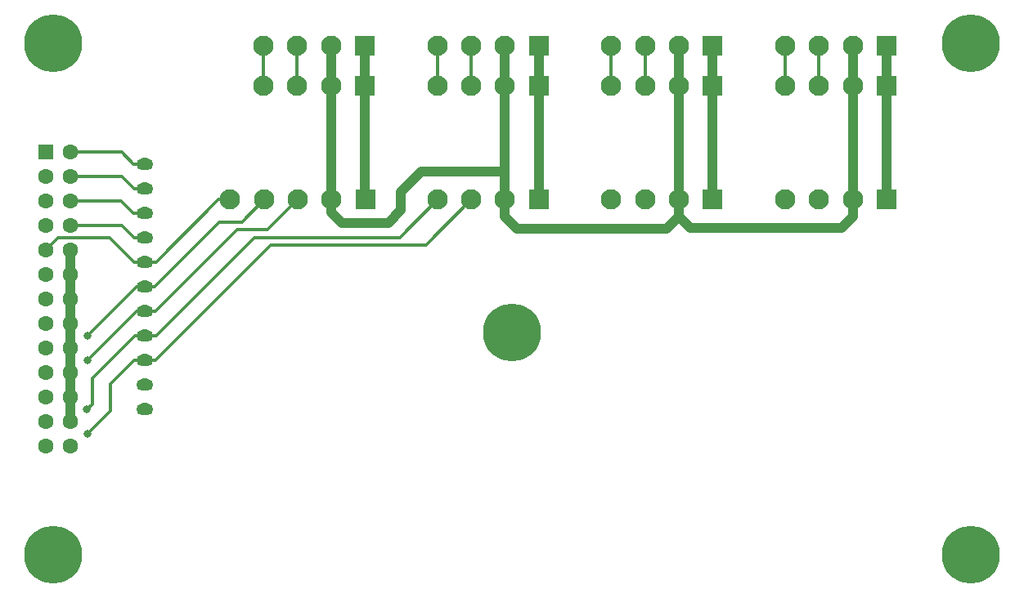
<source format=gbl>
G04*
G04 #@! TF.GenerationSoftware,Altium Limited,CircuitStudio,1.5.2 (30)*
G04*
G04 Layer_Physical_Order=2*
G04 Layer_Color=12500520*
%FSLAX25Y25*%
%MOIN*%
G70*
G01*
G75*
%ADD10C,0.03937*%
%ADD11C,0.01181*%
%ADD12C,0.23622*%
%ADD13O,0.06800X0.05000*%
%ADD14C,0.08268*%
%ADD15R,0.08268X0.08268*%
%ADD16C,0.06299*%
%ADD17R,0.06299X0.06299*%
%ADD18C,0.03150*%
D10*
X1728508Y1277756D02*
X1733035Y1282283D01*
Y1335630D01*
X1657248Y1277362D02*
X1662169Y1282283D01*
Y1335630D01*
X1548980Y1292323D02*
X1557248Y1300591D01*
X1548980Y1284843D02*
Y1292323D01*
X1543862Y1279725D02*
X1548980Y1284843D01*
X1557248Y1300591D02*
X1591303D01*
Y1282283D02*
Y1335630D01*
X1520437D02*
X1520634Y1289173D01*
X1524964Y1279725D02*
X1543862D01*
X1520634Y1284055D02*
X1524964Y1279725D01*
X1520634Y1284055D02*
Y1289173D01*
X1746815Y1335630D02*
Y1352165D01*
X1733035Y1335630D02*
Y1352165D01*
X1675949Y1335630D02*
Y1352165D01*
X1662169Y1335630D02*
Y1352165D01*
X1591303Y1335630D02*
Y1352165D01*
X1605083Y1335630D02*
Y1352165D01*
X1520437Y1335630D02*
Y1352165D01*
X1534216Y1335630D02*
Y1352165D01*
X1666697Y1277756D02*
X1728508D01*
X1662169Y1282283D02*
X1666697Y1277756D01*
X1596224Y1277362D02*
X1657248D01*
X1591303Y1282283D02*
X1596224Y1277362D01*
X1414217Y1258622D02*
Y1268622D01*
Y1248622D02*
Y1258622D01*
Y1238622D02*
Y1248622D01*
Y1228622D02*
Y1238622D01*
Y1218622D02*
Y1228622D01*
Y1208622D02*
Y1218622D01*
Y1198622D02*
Y1208622D01*
X1746815Y1289173D02*
Y1335630D01*
X1675949Y1287992D02*
Y1335630D01*
X1605083Y1289173D02*
Y1335630D01*
X1534216Y1289173D02*
Y1335630D01*
D11*
X1422996Y1205807D02*
Y1216339D01*
X1420929Y1203740D02*
X1422996Y1205807D01*
Y1216339D02*
X1440397Y1233740D01*
X1559020Y1270669D02*
X1577524Y1289173D01*
X1495831Y1270669D02*
X1559020D01*
X1548390Y1273819D02*
X1563744Y1289173D01*
X1489138Y1273819D02*
X1548390D01*
X1494650Y1276968D02*
X1506854Y1289173D01*
X1482051Y1276968D02*
X1494650D01*
X1484020Y1280118D02*
X1493075Y1289173D01*
X1474964Y1280118D02*
X1484020D01*
X1448901Y1223740D02*
X1495831Y1270669D01*
X1449059Y1233740D02*
X1489138Y1273819D01*
X1448823Y1243740D02*
X1482051Y1276968D01*
X1448586Y1253740D02*
X1474964Y1280118D01*
X1474571Y1289173D02*
X1479295D01*
X1449138Y1263740D02*
X1474571Y1289173D01*
X1441146Y1243740D02*
X1448823D01*
X1421027Y1223622D02*
X1441146Y1243740D01*
X1440397Y1233740D02*
X1449059D01*
X1430476Y1213976D02*
X1440240Y1223740D01*
X1430476Y1203051D02*
Y1213976D01*
X1440240Y1223740D02*
X1448901D01*
X1439925Y1303740D02*
X1444650D01*
X1435043Y1308622D02*
X1439925Y1303740D01*
X1414217Y1308622D02*
X1435043D01*
X1440082Y1293740D02*
X1444650D01*
X1435201Y1298622D02*
X1440082Y1293740D01*
X1414217Y1298622D02*
X1435201D01*
X1439846Y1283740D02*
X1444650D01*
X1434807Y1288780D02*
X1439846Y1283740D01*
X1414374Y1288780D02*
X1434807D01*
X1440161Y1263740D02*
X1449138D01*
X1430279Y1273622D02*
X1440161Y1263740D01*
X1409216Y1273622D02*
X1430279D01*
X1440004Y1273740D02*
X1444650D01*
X1435122Y1278622D02*
X1440004Y1273740D01*
X1414217Y1278622D02*
X1435122D01*
X1421027Y1193602D02*
X1430476Y1203051D01*
X1441106Y1253740D02*
X1448586D01*
X1421027Y1233661D02*
X1441106Y1253740D01*
X1492878Y1335630D02*
Y1352165D01*
X1506657Y1335630D02*
Y1352165D01*
X1563744Y1335630D02*
Y1352165D01*
X1577524Y1335630D02*
Y1352165D01*
X1634610Y1335630D02*
Y1352165D01*
X1648390Y1335630D02*
Y1352165D01*
X1705476Y1335630D02*
Y1352165D01*
X1719256Y1335630D02*
Y1352165D01*
X1404216Y1268622D02*
X1409216Y1273622D01*
D12*
X1594256Y1234842D02*
D03*
X1781264Y1144291D02*
D03*
Y1352953D02*
D03*
X1407248Y1144291D02*
D03*
Y1352953D02*
D03*
D13*
X1444650Y1263740D02*
D03*
Y1273740D02*
D03*
Y1283740D02*
D03*
Y1303740D02*
D03*
Y1293740D02*
D03*
Y1243740D02*
D03*
Y1253740D02*
D03*
Y1233740D02*
D03*
Y1223740D02*
D03*
Y1213740D02*
D03*
Y1203740D02*
D03*
D14*
X1705476Y1289173D02*
D03*
X1719256D02*
D03*
X1733035D02*
D03*
X1634610D02*
D03*
X1648390D02*
D03*
X1662169D02*
D03*
X1563744D02*
D03*
X1577524D02*
D03*
X1591303D02*
D03*
X1506854D02*
D03*
X1520634D02*
D03*
X1493075D02*
D03*
X1479295D02*
D03*
X1705476Y1352165D02*
D03*
X1719256D02*
D03*
X1733035D02*
D03*
X1634610D02*
D03*
X1648390D02*
D03*
X1662169D02*
D03*
X1563744D02*
D03*
X1577524D02*
D03*
X1591303D02*
D03*
X1492878D02*
D03*
X1506657D02*
D03*
X1520437D02*
D03*
X1733035Y1335630D02*
D03*
X1719256D02*
D03*
X1705476D02*
D03*
X1662169D02*
D03*
X1648390D02*
D03*
X1634610D02*
D03*
X1591303D02*
D03*
X1577524D02*
D03*
X1563744D02*
D03*
X1520437D02*
D03*
X1506657D02*
D03*
X1492878D02*
D03*
D15*
X1746815Y1289173D02*
D03*
X1675949D02*
D03*
X1605083D02*
D03*
X1534413D02*
D03*
X1746815Y1352165D02*
D03*
X1675949D02*
D03*
X1605083D02*
D03*
X1534216D02*
D03*
X1746815Y1335630D02*
D03*
X1675949D02*
D03*
X1605083D02*
D03*
X1534216D02*
D03*
D16*
X1414217Y1188622D02*
D03*
Y1198622D02*
D03*
X1404216Y1188622D02*
D03*
Y1198622D02*
D03*
X1414217Y1248622D02*
D03*
X1404216D02*
D03*
X1414217Y1258622D02*
D03*
Y1268622D02*
D03*
X1404216Y1258622D02*
D03*
Y1268622D02*
D03*
X1414217Y1278622D02*
D03*
X1404216D02*
D03*
X1414217Y1288622D02*
D03*
X1404216D02*
D03*
X1414217Y1298622D02*
D03*
X1404216D02*
D03*
X1414217Y1308622D02*
D03*
X1404216Y1238622D02*
D03*
Y1228622D02*
D03*
X1414217Y1238622D02*
D03*
Y1228622D02*
D03*
X1404216Y1218622D02*
D03*
Y1208622D02*
D03*
X1414217Y1218622D02*
D03*
Y1208622D02*
D03*
D17*
X1404216Y1308622D02*
D03*
D18*
X1421027Y1193602D02*
D03*
X1420929Y1203740D02*
D03*
X1421027Y1223622D02*
D03*
Y1233661D02*
D03*
M02*

</source>
